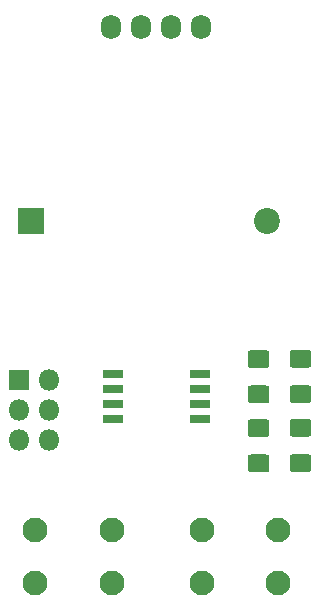
<source format=gbr>
%TF.GenerationSoftware,KiCad,Pcbnew,5.1.6-c6e7f7d~87~ubuntu19.10.1*%
%TF.CreationDate,2021-11-12T23:16:19-08:00*%
%TF.ProjectId,crobagotchi,63726f62-6167-46f7-9463-68692e6b6963,rev?*%
%TF.SameCoordinates,Original*%
%TF.FileFunction,Soldermask,Top*%
%TF.FilePolarity,Negative*%
%FSLAX46Y46*%
G04 Gerber Fmt 4.6, Leading zero omitted, Abs format (unit mm)*
G04 Created by KiCad (PCBNEW 5.1.6-c6e7f7d~87~ubuntu19.10.1) date 2021-11-12 23:16:19*
%MOMM*%
%LPD*%
G01*
G04 APERTURE LIST*
%ADD10C,2.200000*%
%ADD11R,2.200000X2.200000*%
%ADD12O,1.700000X2.100000*%
%ADD13C,2.100000*%
%ADD14O,1.800000X1.800000*%
%ADD15R,1.800000X1.800000*%
%ADD16R,1.800000X0.750000*%
G04 APERTURE END LIST*
D10*
%TO.C,BT1*%
X121092000Y-68326000D03*
D11*
X101092000Y-68326000D03*
%TD*%
D12*
%TO.C,Brd1*%
X110426000Y-51884000D03*
X107886000Y-51884000D03*
X112966000Y-51884000D03*
X115506000Y-51884000D03*
%TD*%
D13*
%TO.C,SW3*%
X122070000Y-94488000D03*
X122070000Y-98988000D03*
X115570000Y-94488000D03*
X115570000Y-98988000D03*
%TD*%
%TO.C,SW2*%
X101473000Y-98988000D03*
X101473000Y-94488000D03*
X107973000Y-98988000D03*
X107973000Y-94488000D03*
%TD*%
%TO.C,R3*%
G36*
G01*
X124609456Y-80772500D02*
X123294544Y-80772500D01*
G75*
G02*
X123027000Y-80504956I0J267544D01*
G01*
X123027000Y-79515044D01*
G75*
G02*
X123294544Y-79247500I267544J0D01*
G01*
X124609456Y-79247500D01*
G75*
G02*
X124877000Y-79515044I0J-267544D01*
G01*
X124877000Y-80504956D01*
G75*
G02*
X124609456Y-80772500I-267544J0D01*
G01*
G37*
G36*
G01*
X124609456Y-83747500D02*
X123294544Y-83747500D01*
G75*
G02*
X123027000Y-83479956I0J267544D01*
G01*
X123027000Y-82490044D01*
G75*
G02*
X123294544Y-82222500I267544J0D01*
G01*
X124609456Y-82222500D01*
G75*
G02*
X124877000Y-82490044I0J-267544D01*
G01*
X124877000Y-83479956D01*
G75*
G02*
X124609456Y-83747500I-267544J0D01*
G01*
G37*
%TD*%
%TO.C,R2*%
G36*
G01*
X123294544Y-88064500D02*
X124609456Y-88064500D01*
G75*
G02*
X124877000Y-88332044I0J-267544D01*
G01*
X124877000Y-89321956D01*
G75*
G02*
X124609456Y-89589500I-267544J0D01*
G01*
X123294544Y-89589500D01*
G75*
G02*
X123027000Y-89321956I0J267544D01*
G01*
X123027000Y-88332044D01*
G75*
G02*
X123294544Y-88064500I267544J0D01*
G01*
G37*
G36*
G01*
X123294544Y-85089500D02*
X124609456Y-85089500D01*
G75*
G02*
X124877000Y-85357044I0J-267544D01*
G01*
X124877000Y-86346956D01*
G75*
G02*
X124609456Y-86614500I-267544J0D01*
G01*
X123294544Y-86614500D01*
G75*
G02*
X123027000Y-86346956I0J267544D01*
G01*
X123027000Y-85357044D01*
G75*
G02*
X123294544Y-85089500I267544J0D01*
G01*
G37*
%TD*%
%TO.C,C1*%
G36*
G01*
X119738544Y-88101000D02*
X121053456Y-88101000D01*
G75*
G02*
X121321000Y-88368544I0J-267544D01*
G01*
X121321000Y-89358456D01*
G75*
G02*
X121053456Y-89626000I-267544J0D01*
G01*
X119738544Y-89626000D01*
G75*
G02*
X119471000Y-89358456I0J267544D01*
G01*
X119471000Y-88368544D01*
G75*
G02*
X119738544Y-88101000I267544J0D01*
G01*
G37*
G36*
G01*
X119738544Y-85126000D02*
X121053456Y-85126000D01*
G75*
G02*
X121321000Y-85393544I0J-267544D01*
G01*
X121321000Y-86383456D01*
G75*
G02*
X121053456Y-86651000I-267544J0D01*
G01*
X119738544Y-86651000D01*
G75*
G02*
X119471000Y-86383456I0J267544D01*
G01*
X119471000Y-85393544D01*
G75*
G02*
X119738544Y-85126000I267544J0D01*
G01*
G37*
%TD*%
D14*
%TO.C,J1*%
X102616000Y-86868000D03*
X100076000Y-86868000D03*
X102616000Y-84328000D03*
X100076000Y-84328000D03*
X102616000Y-81788000D03*
D15*
X100076000Y-81788000D03*
%TD*%
D16*
%TO.C,U1*%
X115410000Y-81280000D03*
X115410000Y-82550000D03*
X115410000Y-83820000D03*
X115410000Y-85090000D03*
X108110000Y-85090000D03*
X108110000Y-83820000D03*
X108110000Y-82550000D03*
X108110000Y-81280000D03*
%TD*%
%TO.C,R1*%
G36*
G01*
X121053456Y-80809000D02*
X119738544Y-80809000D01*
G75*
G02*
X119471000Y-80541456I0J267544D01*
G01*
X119471000Y-79551544D01*
G75*
G02*
X119738544Y-79284000I267544J0D01*
G01*
X121053456Y-79284000D01*
G75*
G02*
X121321000Y-79551544I0J-267544D01*
G01*
X121321000Y-80541456D01*
G75*
G02*
X121053456Y-80809000I-267544J0D01*
G01*
G37*
G36*
G01*
X121053456Y-83784000D02*
X119738544Y-83784000D01*
G75*
G02*
X119471000Y-83516456I0J267544D01*
G01*
X119471000Y-82526544D01*
G75*
G02*
X119738544Y-82259000I267544J0D01*
G01*
X121053456Y-82259000D01*
G75*
G02*
X121321000Y-82526544I0J-267544D01*
G01*
X121321000Y-83516456D01*
G75*
G02*
X121053456Y-83784000I-267544J0D01*
G01*
G37*
%TD*%
M02*

</source>
